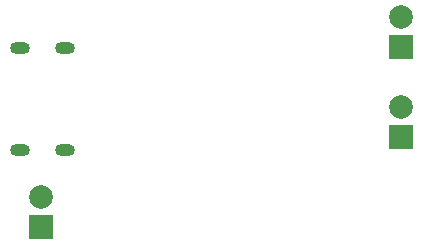
<source format=gbr>
%TF.GenerationSoftware,KiCad,Pcbnew,9.0.7-9.0.7~ubuntu24.04.1*%
%TF.CreationDate,2026-01-27T10:33:46-05:00*%
%TF.ProjectId,battery-charging-experimentation,62617474-6572-4792-9d63-68617267696e,rev?*%
%TF.SameCoordinates,Original*%
%TF.FileFunction,Soldermask,Bot*%
%TF.FilePolarity,Negative*%
%FSLAX46Y46*%
G04 Gerber Fmt 4.6, Leading zero omitted, Abs format (unit mm)*
G04 Created by KiCad (PCBNEW 9.0.7-9.0.7~ubuntu24.04.1) date 2026-01-27 10:33:46*
%MOMM*%
%LPD*%
G01*
G04 APERTURE LIST*
%ADD10C,2.000000*%
%ADD11R,2.000000X2.000000*%
%ADD12O,1.700000X1.000000*%
G04 APERTURE END LIST*
D10*
%TO.C,Extra1*%
X56750000Y-65330000D03*
D11*
X56750000Y-67870000D03*
%TD*%
%TO.C,Battery1*%
X87230000Y-52630000D03*
D10*
X87230000Y-50090000D03*
%TD*%
D12*
%TO.C,J1*%
X58800000Y-52680000D03*
X55000000Y-52680000D03*
X58800000Y-61320000D03*
X55000000Y-61320000D03*
%TD*%
D10*
%TO.C,Out1*%
X87230000Y-57710000D03*
D11*
X87230000Y-60250000D03*
%TD*%
M02*

</source>
